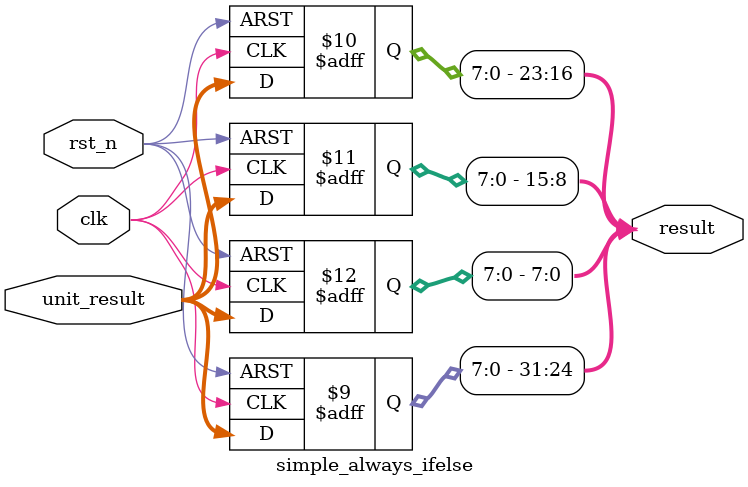
<source format=sv>
module simple_always_ifelse #(
    parameter DATA_WIDTH = 8
) (
    input  logic                clk,
    input  logic                rst_n,
    input  logic [DATA_WIDTH-1:0] unit_result,
    output logic [31:0]         result
);
    
    genvar i;
    generate
        for (i = 0; i < 4; i++) begin : gen_blocks
            always_ff @(posedge clk or negedge rst_n) begin
                if (!rst_n) begin
                    result[i*DATA_WIDTH +: DATA_WIDTH] <= '0;
                end else begin
                    result[i*DATA_WIDTH +: DATA_WIDTH] <= unit_result;
                end
            end
        end
    endgenerate
    
endmodule
</source>
